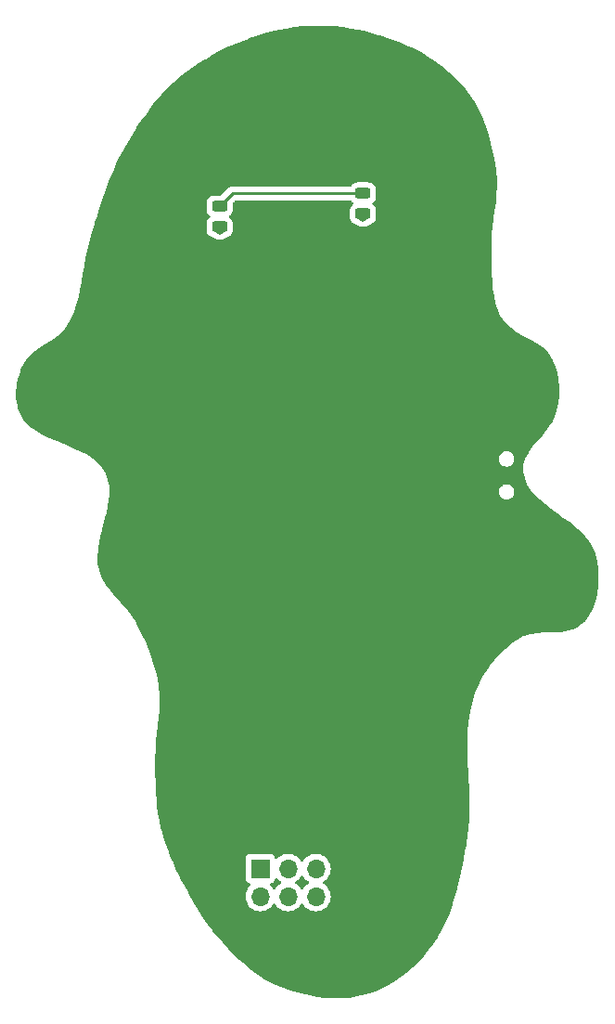
<source format=gtl>
%TF.GenerationSoftware,KiCad,Pcbnew,(7.0.0-0)*%
%TF.CreationDate,2023-07-23T12:34:26-06:00*%
%TF.ProjectId,HAS4_SAO,48415334-5f53-4414-9f2e-6b696361645f,rev?*%
%TF.SameCoordinates,Original*%
%TF.FileFunction,Copper,L1,Top*%
%TF.FilePolarity,Positive*%
%FSLAX46Y46*%
G04 Gerber Fmt 4.6, Leading zero omitted, Abs format (unit mm)*
G04 Created by KiCad (PCBNEW (7.0.0-0)) date 2023-07-23 12:34:26*
%MOMM*%
%LPD*%
G01*
G04 APERTURE LIST*
G04 Aperture macros list*
%AMRoundRect*
0 Rectangle with rounded corners*
0 $1 Rounding radius*
0 $2 $3 $4 $5 $6 $7 $8 $9 X,Y pos of 4 corners*
0 Add a 4 corners polygon primitive as box body*
4,1,4,$2,$3,$4,$5,$6,$7,$8,$9,$2,$3,0*
0 Add four circle primitives for the rounded corners*
1,1,$1+$1,$2,$3*
1,1,$1+$1,$4,$5*
1,1,$1+$1,$6,$7*
1,1,$1+$1,$8,$9*
0 Add four rect primitives between the rounded corners*
20,1,$1+$1,$2,$3,$4,$5,0*
20,1,$1+$1,$4,$5,$6,$7,0*
20,1,$1+$1,$6,$7,$8,$9,0*
20,1,$1+$1,$8,$9,$2,$3,0*%
G04 Aperture macros list end*
%TA.AperFunction,SMDPad,CuDef*%
%ADD10RoundRect,0.243750X-0.456250X0.243750X-0.456250X-0.243750X0.456250X-0.243750X0.456250X0.243750X0*%
%TD*%
%TA.AperFunction,ComponentPad*%
%ADD11R,1.700000X1.700000*%
%TD*%
%TA.AperFunction,ComponentPad*%
%ADD12O,1.700000X1.700000*%
%TD*%
%TA.AperFunction,ViaPad*%
%ADD13C,0.800000*%
%TD*%
%TA.AperFunction,Conductor*%
%ADD14C,0.250000*%
%TD*%
G04 APERTURE END LIST*
D10*
%TO.P,D1,1,K*%
%TO.N,GND*%
X118291474Y-73416089D03*
%TO.P,D1,2,A*%
%TO.N,Net-(D1-A)*%
X118291474Y-75291089D03*
%TD*%
%TO.P,D2,1,K*%
%TO.N,GND*%
X105202757Y-74613143D03*
%TO.P,D2,2,A*%
%TO.N,Net-(D2-A)*%
X105202757Y-76488143D03*
%TD*%
D11*
%TO.P,J1,1,Pin_1*%
%TO.N,Net-(J1-Pin_1)*%
X108919999Y-134999999D03*
D12*
%TO.P,J1,2,Pin_2*%
%TO.N,GND*%
X108919999Y-137539999D03*
%TO.P,J1,3,Pin_3*%
%TO.N,unconnected-(J1-Pin_3-Pad3)*%
X111459999Y-134999999D03*
%TO.P,J1,4,Pin_4*%
%TO.N,unconnected-(J1-Pin_4-Pad4)*%
X111459999Y-137539999D03*
%TO.P,J1,5,Pin_5*%
%TO.N,unconnected-(J1-Pin_5-Pad5)*%
X113999999Y-134999999D03*
%TO.P,J1,6,Pin_6*%
%TO.N,unconnected-(J1-Pin_6-Pad6)*%
X113999999Y-137539999D03*
%TD*%
D13*
%TO.N,GND*%
X118291474Y-73416089D03*
%TO.N,Net-(D1-A)*%
X118303518Y-75580323D03*
%TO.N,Net-(D2-A)*%
X105216287Y-76770632D03*
%TD*%
D14*
%TO.N,GND*%
X105202757Y-74613143D02*
X106399811Y-73416089D01*
X106399811Y-73416089D02*
X118291474Y-73416089D01*
%TO.N,Net-(D1-A)*%
X118291474Y-75568279D02*
X118303518Y-75580323D01*
X118291474Y-75291089D02*
X118291474Y-75568279D01*
%TO.N,Net-(D2-A)*%
X105202757Y-76488143D02*
X105202757Y-76757102D01*
X105202757Y-76757102D02*
X105216287Y-76770632D01*
%TD*%
%TA.AperFunction,NonConductor*%
G36*
X114221357Y-58131247D02*
G01*
X114961252Y-58150662D01*
X114966542Y-58150914D01*
X115707378Y-58202178D01*
X115712452Y-58202634D01*
X116452823Y-58284607D01*
X116457613Y-58285234D01*
X117196092Y-58396773D01*
X117200698Y-58397559D01*
X117935887Y-58537523D01*
X117940309Y-58538449D01*
X118668540Y-58705176D01*
X118670711Y-58705673D01*
X118675016Y-58706740D01*
X119399316Y-58900091D01*
X119403399Y-58901258D01*
X120120027Y-59119543D01*
X120124032Y-59120838D01*
X120310273Y-59184551D01*
X120831710Y-59362936D01*
X120835533Y-59364315D01*
X121532809Y-59629059D01*
X121536520Y-59630537D01*
X122049979Y-59844945D01*
X122221953Y-59916757D01*
X122225622Y-59918360D01*
X122897148Y-60224593D01*
X122901853Y-60226859D01*
X123566899Y-60564667D01*
X123572553Y-60567726D01*
X124002844Y-60815311D01*
X124222869Y-60941911D01*
X124228443Y-60945316D01*
X124860742Y-61354913D01*
X124866195Y-61358657D01*
X125476601Y-61802387D01*
X125481976Y-61806526D01*
X126066618Y-62283093D01*
X126071977Y-62287725D01*
X126165227Y-62373091D01*
X126626945Y-62795775D01*
X126632272Y-62800953D01*
X127153810Y-63339250D01*
X127159058Y-63345020D01*
X127643326Y-63912234D01*
X127648454Y-63918660D01*
X128091693Y-64513526D01*
X128096593Y-64520601D01*
X128485748Y-65126479D01*
X128489968Y-65133557D01*
X128838916Y-65765565D01*
X128842374Y-65772306D01*
X129153412Y-66427262D01*
X129156206Y-66433596D01*
X129431521Y-67108105D01*
X129433751Y-67113991D01*
X129675577Y-67804727D01*
X129677337Y-67810151D01*
X129887866Y-68513656D01*
X129889239Y-68518617D01*
X130070691Y-69231449D01*
X130071750Y-69235959D01*
X130226384Y-69954766D01*
X130227189Y-69958843D01*
X130357227Y-70680087D01*
X130357831Y-70683751D01*
X130465230Y-71401975D01*
X130466116Y-71409433D01*
X130528631Y-72119143D01*
X130529107Y-72129285D01*
X130533338Y-72840423D01*
X130533134Y-72848304D01*
X130491891Y-73563099D01*
X130491444Y-73568666D01*
X130417433Y-74286931D01*
X130417048Y-74290231D01*
X130323131Y-75011557D01*
X130322985Y-75012639D01*
X130222222Y-75736098D01*
X130220728Y-75735890D01*
X130220725Y-75735901D01*
X130222222Y-75736102D01*
X130222211Y-75736184D01*
X130222196Y-75736294D01*
X130220662Y-75736084D01*
X130220659Y-75736095D01*
X130222196Y-75736296D01*
X130127802Y-76460557D01*
X130126442Y-76460379D01*
X130126440Y-76460412D01*
X130127800Y-76460562D01*
X130127792Y-76460635D01*
X130127778Y-76460746D01*
X130126426Y-76460575D01*
X130126423Y-76460612D01*
X130127780Y-76460753D01*
X130052907Y-77185086D01*
X130052190Y-77185011D01*
X130052187Y-77185079D01*
X130052901Y-77185153D01*
X130052889Y-77185270D01*
X130052181Y-77185197D01*
X130052179Y-77185241D01*
X130052893Y-77185283D01*
X130010627Y-77909426D01*
X130009867Y-77909381D01*
X130009865Y-77909440D01*
X130010622Y-77909440D01*
X130010622Y-77909515D01*
X130010617Y-77909607D01*
X130009861Y-77909565D01*
X130009860Y-77909627D01*
X130010622Y-77909624D01*
X130014051Y-78633300D01*
X130012653Y-78633306D01*
X130012653Y-78633338D01*
X130014049Y-78633306D01*
X130014051Y-78633392D01*
X130014052Y-78633491D01*
X130012655Y-78633505D01*
X130012655Y-78633537D01*
X130014054Y-78633497D01*
X130034292Y-79323761D01*
X130034329Y-79325423D01*
X130045466Y-80025458D01*
X130045312Y-80025460D01*
X130045312Y-80025464D01*
X130045466Y-80025461D01*
X130059991Y-80730604D01*
X130058410Y-80730636D01*
X130058411Y-80730676D01*
X130059989Y-80730610D01*
X130059993Y-80730705D01*
X130059995Y-80730797D01*
X130058416Y-80730831D01*
X130058417Y-80730870D01*
X130059997Y-80730802D01*
X130090381Y-81434247D01*
X130089132Y-81434300D01*
X130089136Y-81434354D01*
X130090378Y-81434260D01*
X130090386Y-81434365D01*
X130090390Y-81434437D01*
X130089148Y-81434505D01*
X130089152Y-81434548D01*
X130090393Y-81434444D01*
X130149128Y-82130740D01*
X130147938Y-82130840D01*
X130147948Y-82130914D01*
X130149125Y-82130755D01*
X130149136Y-82130836D01*
X130149144Y-82130921D01*
X130147964Y-82131032D01*
X130147973Y-82131105D01*
X130149151Y-82130934D01*
X130248725Y-82814415D01*
X130247954Y-82814527D01*
X130247969Y-82814603D01*
X130248722Y-82814437D01*
X130248739Y-82814514D01*
X130248751Y-82814591D01*
X130247990Y-82814709D01*
X130248004Y-82814781D01*
X130248761Y-82814608D01*
X130399814Y-83471578D01*
X130399815Y-83471582D01*
X130401663Y-83479618D01*
X130401488Y-83479658D01*
X130401499Y-83479698D01*
X130401662Y-83479644D01*
X130401685Y-83479712D01*
X130401702Y-83479785D01*
X130401535Y-83479823D01*
X130401547Y-83479864D01*
X130401717Y-83479807D01*
X130405171Y-83489927D01*
X130405171Y-83489928D01*
X130617189Y-84111167D01*
X130617190Y-84111168D01*
X130620438Y-84120685D01*
X130620441Y-84120719D01*
X130620472Y-84120783D01*
X130620493Y-84120844D01*
X130620512Y-84120866D01*
X130917547Y-84731970D01*
X130917560Y-84732019D01*
X130917592Y-84732063D01*
X130917615Y-84732109D01*
X130917649Y-84732139D01*
X130923096Y-84739500D01*
X130923097Y-84739501D01*
X131046219Y-84905878D01*
X131304766Y-85255255D01*
X131304788Y-85255301D01*
X131304824Y-85255333D01*
X131304854Y-85255374D01*
X131304898Y-85255400D01*
X131314375Y-85263970D01*
X131314377Y-85263973D01*
X131611932Y-85533067D01*
X131790807Y-85694833D01*
X131790827Y-85694863D01*
X131790882Y-85694900D01*
X131790929Y-85694943D01*
X131790960Y-85694954D01*
X132276934Y-86027031D01*
X132346943Y-86074870D01*
X132346591Y-86075383D01*
X132346799Y-86075512D01*
X132347109Y-86074975D01*
X132944455Y-86419551D01*
X132944423Y-86419604D01*
X132944432Y-86419607D01*
X132944460Y-86419557D01*
X132944559Y-86419611D01*
X132944623Y-86419648D01*
X132944620Y-86419653D01*
X132944649Y-86419660D01*
X133395005Y-86665809D01*
X133553203Y-86752275D01*
X133556203Y-86753969D01*
X134144474Y-87097058D01*
X134153004Y-87102511D01*
X134690973Y-87478233D01*
X134704666Y-87489324D01*
X135164790Y-87919594D01*
X135181468Y-87938752D01*
X135284258Y-88084666D01*
X135492317Y-88380014D01*
X135540987Y-88449102D01*
X135552743Y-88469740D01*
X135823336Y-89072646D01*
X135829062Y-89088068D01*
X136020448Y-89731517D01*
X136023739Y-89745503D01*
X136141113Y-90416506D01*
X136142645Y-90428928D01*
X136192373Y-91116592D01*
X136192679Y-91127575D01*
X136181281Y-91820748D01*
X136180733Y-91830530D01*
X136114892Y-92518028D01*
X136113719Y-92526895D01*
X136001037Y-93192835D01*
X135996776Y-93210250D01*
X135806599Y-93799212D01*
X135797794Y-93819865D01*
X135496935Y-94378996D01*
X135488998Y-94391812D01*
X135105974Y-94933713D01*
X135100840Y-94940474D01*
X134667804Y-95471865D01*
X134666078Y-95473936D01*
X134217020Y-96001152D01*
X134217018Y-96001150D01*
X134217015Y-96001156D01*
X134216956Y-96001227D01*
X134215183Y-95999753D01*
X134215098Y-95999844D01*
X134216894Y-96001304D01*
X133786955Y-96530384D01*
X133786355Y-96529896D01*
X133786313Y-96529952D01*
X133786938Y-96530396D01*
X133786884Y-96530472D01*
X133786841Y-96530526D01*
X133786241Y-96530048D01*
X133786204Y-96530099D01*
X133786836Y-96530541D01*
X133415817Y-97060795D01*
X133415816Y-97060797D01*
X133410821Y-97067937D01*
X133410817Y-97067942D01*
X133410757Y-97068028D01*
X133410134Y-97068919D01*
X133410108Y-97068942D01*
X133410075Y-97069004D01*
X133410040Y-97069055D01*
X133410033Y-97069085D01*
X133405793Y-97077209D01*
X133405793Y-97077210D01*
X133123530Y-97618162D01*
X133123526Y-97618169D01*
X133119893Y-97625134D01*
X133119863Y-97625172D01*
X133119849Y-97625217D01*
X133119826Y-97625263D01*
X133119821Y-97625314D01*
X133117620Y-97632836D01*
X133117617Y-97632846D01*
X132953273Y-98194753D01*
X132953273Y-98194755D01*
X132949576Y-98207396D01*
X132949551Y-98207455D01*
X132949550Y-98207488D01*
X132949540Y-98207523D01*
X132949547Y-98207590D01*
X132949191Y-98220460D01*
X132949191Y-98220463D01*
X132943228Y-98436557D01*
X132932535Y-98824062D01*
X132932525Y-98824119D01*
X132932533Y-98824157D01*
X132932532Y-98824198D01*
X132932553Y-98824252D01*
X132934966Y-98835774D01*
X132934967Y-98835776D01*
X133055017Y-99408820D01*
X133055018Y-99408825D01*
X133056624Y-99416488D01*
X133056624Y-99416537D01*
X133056644Y-99416587D01*
X133056655Y-99416636D01*
X133056680Y-99416673D01*
X133059629Y-99423791D01*
X133059632Y-99423798D01*
X133277491Y-99949500D01*
X133282446Y-99961456D01*
X133282454Y-99961498D01*
X133282484Y-99961547D01*
X133282507Y-99961601D01*
X133282536Y-99961630D01*
X133596382Y-100465562D01*
X133596392Y-100465594D01*
X133596432Y-100465642D01*
X133596468Y-100465700D01*
X133596496Y-100465720D01*
X133600259Y-100470271D01*
X133600263Y-100470277D01*
X133819173Y-100735056D01*
X133949709Y-100892944D01*
X133984767Y-100935347D01*
X133984849Y-100935491D01*
X133984871Y-100935473D01*
X133984918Y-100935530D01*
X133984886Y-100935556D01*
X133984901Y-100935582D01*
X133984941Y-100935542D01*
X134434108Y-101377562D01*
X134433508Y-101378171D01*
X134433570Y-101378226D01*
X134434118Y-101377581D01*
X134434184Y-101377637D01*
X134434237Y-101377689D01*
X134433644Y-101378293D01*
X134433701Y-101378344D01*
X134434253Y-101377695D01*
X134930666Y-101798662D01*
X134929873Y-101799596D01*
X134930077Y-101799752D01*
X134930820Y-101798785D01*
X135460867Y-102205284D01*
X135460512Y-102205745D01*
X135460658Y-102205910D01*
X135461025Y-102205404D01*
X136011099Y-102604040D01*
X136010752Y-102604517D01*
X136010921Y-102604629D01*
X136011260Y-102604155D01*
X136567188Y-103001118D01*
X136568444Y-103002026D01*
X137115660Y-103403188D01*
X137118849Y-103405607D01*
X137643265Y-103817014D01*
X137648462Y-103821326D01*
X137869251Y-104014871D01*
X138136432Y-104249083D01*
X138143540Y-104255830D01*
X138551328Y-104674735D01*
X138581679Y-104705913D01*
X138590379Y-104715859D01*
X138965614Y-105194057D01*
X138975076Y-105207963D01*
X139274983Y-105720306D01*
X139283709Y-105738447D01*
X139497488Y-106294448D01*
X139502416Y-106310398D01*
X139663190Y-106989891D01*
X139665270Y-107000865D01*
X139767577Y-107715329D01*
X139768651Y-107726269D01*
X139807913Y-108458729D01*
X139808004Y-108470018D01*
X139780373Y-109205941D01*
X139779337Y-109217937D01*
X139681135Y-109942763D01*
X139678658Y-109955775D01*
X139506393Y-110655053D01*
X139501963Y-110669291D01*
X139252334Y-111328761D01*
X139245241Y-111344207D01*
X138915124Y-111949869D01*
X138904569Y-111966082D01*
X138570860Y-112400334D01*
X138492538Y-112502253D01*
X138473709Y-112521864D01*
X138028972Y-112893348D01*
X138003096Y-112909989D01*
X137486061Y-113157931D01*
X137464174Y-113165994D01*
X136882873Y-113319866D01*
X136867881Y-113322859D01*
X136237161Y-113408785D01*
X136228894Y-113409630D01*
X135565399Y-113455065D01*
X135563068Y-113455203D01*
X134885183Y-113488810D01*
X134885130Y-113487747D01*
X134885097Y-113487748D01*
X134885176Y-113488808D01*
X134885068Y-113488816D01*
X134884991Y-113488820D01*
X134884935Y-113487755D01*
X134884904Y-113487756D01*
X134884985Y-113488822D01*
X134211739Y-113539937D01*
X134211681Y-113539178D01*
X134211615Y-113539185D01*
X134211721Y-113539933D01*
X134211643Y-113539944D01*
X134211560Y-113539951D01*
X134211496Y-113539198D01*
X134211428Y-113539205D01*
X134211542Y-113539959D01*
X133570279Y-113636573D01*
X133570277Y-113636573D01*
X133563261Y-113637631D01*
X133563248Y-113637632D01*
X133560029Y-113638118D01*
X133560013Y-113638015D01*
X133559973Y-113638023D01*
X133559998Y-113638115D01*
X133559935Y-113638132D01*
X133559868Y-113638143D01*
X133559852Y-113638050D01*
X133559810Y-113638059D01*
X133559839Y-113638160D01*
X133557143Y-113638927D01*
X133557133Y-113638930D01*
X133550255Y-113640889D01*
X133550253Y-113640889D01*
X132954869Y-113810455D01*
X132954859Y-113810458D01*
X132946091Y-113812956D01*
X132946045Y-113812960D01*
X132946000Y-113812982D01*
X132945949Y-113812997D01*
X132945910Y-113813027D01*
X132937849Y-113817072D01*
X132937843Y-113817075D01*
X132393425Y-114090309D01*
X132393424Y-114090309D01*
X132385986Y-114094043D01*
X132385947Y-114094053D01*
X132385895Y-114094089D01*
X132385843Y-114094116D01*
X132385818Y-114094144D01*
X132379389Y-114098710D01*
X132379388Y-114098711D01*
X131823091Y-114493903D01*
X131822537Y-114493123D01*
X131822476Y-114493169D01*
X131823073Y-114493909D01*
X131823011Y-114493959D01*
X131822947Y-114494006D01*
X131822384Y-114493239D01*
X131822323Y-114493286D01*
X131822936Y-114494022D01*
X131288622Y-114939146D01*
X131288199Y-114938639D01*
X131288153Y-114938680D01*
X131288604Y-114939154D01*
X131288543Y-114939212D01*
X131288484Y-114939262D01*
X131288061Y-114938762D01*
X131288016Y-114938802D01*
X131288475Y-114939277D01*
X130784976Y-115425303D01*
X130784394Y-115424700D01*
X130784346Y-115424748D01*
X130784960Y-115425311D01*
X130784905Y-115425371D01*
X130784847Y-115425428D01*
X130784263Y-115424833D01*
X130784215Y-115424882D01*
X130784839Y-115425444D01*
X130314577Y-115947886D01*
X130313868Y-115947247D01*
X130313824Y-115947298D01*
X130314562Y-115947895D01*
X130314511Y-115947958D01*
X130314456Y-115948021D01*
X130313740Y-115947396D01*
X130313696Y-115947447D01*
X130314449Y-115948037D01*
X129879842Y-116502417D01*
X129879351Y-116502032D01*
X129879319Y-116502074D01*
X129879830Y-116502426D01*
X129879788Y-116502487D01*
X129879732Y-116502559D01*
X129879243Y-116502179D01*
X129879210Y-116502225D01*
X129879726Y-116502577D01*
X129483197Y-117084413D01*
X129482572Y-117083987D01*
X129482539Y-117084039D01*
X129483184Y-117084424D01*
X129483141Y-117084496D01*
X129483096Y-117084563D01*
X129482473Y-117084144D01*
X129482441Y-117084195D01*
X129483092Y-117084579D01*
X129127059Y-117689395D01*
X129126517Y-117689076D01*
X129126491Y-117689125D01*
X129127047Y-117689407D01*
X129127010Y-117689480D01*
X129126968Y-117689552D01*
X129126431Y-117689238D01*
X129126405Y-117689287D01*
X129126965Y-117689569D01*
X128813849Y-118312880D01*
X128813062Y-118312484D01*
X128813033Y-118312546D01*
X128813836Y-118312894D01*
X128813800Y-118312977D01*
X128813768Y-118313043D01*
X128812980Y-118312661D01*
X128812954Y-118312717D01*
X128813766Y-118313058D01*
X128545987Y-118950388D01*
X128545243Y-118950075D01*
X128545218Y-118950139D01*
X128545974Y-118950404D01*
X128545945Y-118950487D01*
X128545917Y-118950556D01*
X128545174Y-118950254D01*
X128545151Y-118950314D01*
X128545916Y-118950573D01*
X128314868Y-119634709D01*
X128314002Y-119634416D01*
X128313980Y-119634491D01*
X128314856Y-119634726D01*
X128314833Y-119634812D01*
X128314810Y-119634882D01*
X128313949Y-119634599D01*
X128313929Y-119634668D01*
X128314811Y-119634898D01*
X128134158Y-120329035D01*
X128133419Y-120328842D01*
X128133406Y-120328902D01*
X128134150Y-120329049D01*
X128134135Y-120329125D01*
X128134113Y-120329211D01*
X128133380Y-120329023D01*
X128133367Y-120329084D01*
X128134115Y-120329228D01*
X127998680Y-121032397D01*
X127997587Y-121032186D01*
X127997576Y-121032253D01*
X127998674Y-121032408D01*
X127998664Y-121032479D01*
X127998646Y-121032575D01*
X127997557Y-121032370D01*
X127997546Y-121032443D01*
X127998649Y-121032591D01*
X127903254Y-121743826D01*
X127901948Y-121743650D01*
X127901941Y-121743712D01*
X127903249Y-121743837D01*
X127903241Y-121743921D01*
X127903230Y-121744010D01*
X127901928Y-121743849D01*
X127901921Y-121743911D01*
X127903233Y-121744022D01*
X127842698Y-122462367D01*
X127841832Y-122462294D01*
X127841829Y-122462337D01*
X127842695Y-122462375D01*
X127842692Y-122462444D01*
X127842683Y-122462552D01*
X127841820Y-122462480D01*
X127841818Y-122462527D01*
X127842686Y-122462564D01*
X127811833Y-123187047D01*
X127810461Y-123186988D01*
X127810460Y-123187038D01*
X127811830Y-123187055D01*
X127811829Y-123187136D01*
X127811825Y-123187237D01*
X127810457Y-123187182D01*
X127810456Y-123187234D01*
X127811828Y-123187246D01*
X127805476Y-123916909D01*
X127803987Y-123916896D01*
X127803988Y-123916931D01*
X127805474Y-123916916D01*
X127805475Y-123917014D01*
X127805475Y-123917101D01*
X127803993Y-123917101D01*
X127803994Y-123917132D01*
X127805477Y-123917106D01*
X127818450Y-124650986D01*
X127817146Y-124651009D01*
X127817149Y-124651036D01*
X127818449Y-124650991D01*
X127818452Y-124651077D01*
X127818454Y-124651180D01*
X127817162Y-124651205D01*
X127817164Y-124651231D01*
X127818456Y-124651184D01*
X127845572Y-125388315D01*
X127845049Y-125388334D01*
X127845050Y-125388339D01*
X127845572Y-125388318D01*
X127845575Y-125388392D01*
X127845579Y-125388514D01*
X127845581Y-125388514D01*
X127881663Y-126127930D01*
X127880977Y-126127963D01*
X127880978Y-126127968D01*
X127881663Y-126127932D01*
X127921555Y-126869069D01*
X127921567Y-126869305D01*
X127960004Y-127609609D01*
X127960056Y-127610699D01*
X127991911Y-128349923D01*
X127991980Y-128351880D01*
X128012083Y-129088682D01*
X128012128Y-129091520D01*
X128015346Y-129824841D01*
X128015306Y-129828577D01*
X127996539Y-130557435D01*
X127996332Y-130562084D01*
X127950488Y-131285640D01*
X127950009Y-131291203D01*
X127872027Y-132008383D01*
X127871154Y-132014835D01*
X127755664Y-132726750D01*
X127755070Y-132730115D01*
X127733877Y-132841281D01*
X127615807Y-133460606D01*
X127615806Y-133460613D01*
X127474199Y-134197574D01*
X127474033Y-134198423D01*
X127326708Y-134937265D01*
X127326396Y-134938782D01*
X127169601Y-135676939D01*
X127169116Y-135679123D01*
X126999196Y-136413592D01*
X126998499Y-136416450D01*
X126811723Y-137144662D01*
X126810760Y-137148200D01*
X126603462Y-137867349D01*
X126602162Y-137871572D01*
X126370724Y-138578752D01*
X126369005Y-138583655D01*
X126109734Y-139276283D01*
X126107498Y-139281845D01*
X125816784Y-139957118D01*
X125813923Y-139963291D01*
X125488137Y-140618528D01*
X125484543Y-140625232D01*
X125120047Y-141257786D01*
X125115627Y-141264889D01*
X124708360Y-141872752D01*
X124703995Y-141878858D01*
X124278559Y-142437376D01*
X124274678Y-142442215D01*
X123816472Y-142985118D01*
X123812287Y-142989829D01*
X123323603Y-143512491D01*
X123319058Y-143517104D01*
X122801903Y-144015322D01*
X122796933Y-144019857D01*
X122253191Y-144489572D01*
X122247722Y-144494030D01*
X121679429Y-144931071D01*
X121673384Y-144935438D01*
X121082448Y-145335766D01*
X121075743Y-145340002D01*
X120464144Y-145699543D01*
X120456696Y-145703585D01*
X119826425Y-146018291D01*
X119818162Y-146022046D01*
X119171115Y-146287938D01*
X119161986Y-146291277D01*
X118500129Y-146504367D01*
X118490137Y-146507129D01*
X117796238Y-146668033D01*
X117786355Y-146669906D01*
X117078613Y-146774489D01*
X117069361Y-146775503D01*
X116350978Y-146827049D01*
X116342402Y-146827367D01*
X115616882Y-146829117D01*
X115608982Y-146828884D01*
X114879855Y-146784104D01*
X114872596Y-146783443D01*
X114143398Y-146695424D01*
X114136727Y-146694434D01*
X113411017Y-146566482D01*
X113404872Y-146565238D01*
X112686247Y-146400697D01*
X112680560Y-146399252D01*
X111972571Y-146201471D01*
X111967274Y-146199863D01*
X111273517Y-145972218D01*
X111268541Y-145970468D01*
X110593931Y-145716851D01*
X110586498Y-145713777D01*
X109944263Y-145423516D01*
X109935195Y-145418963D01*
X109318978Y-145077237D01*
X109311356Y-145072645D01*
X109079579Y-144921417D01*
X108717785Y-144685357D01*
X108711538Y-144681001D01*
X108138788Y-144254799D01*
X108133749Y-144250843D01*
X107852963Y-144018397D01*
X107580059Y-143792475D01*
X107576091Y-143789046D01*
X107039635Y-143305271D01*
X107036610Y-143302451D01*
X106515533Y-142800043D01*
X106513350Y-142797885D01*
X106005844Y-142283717D01*
X106004478Y-142282310D01*
X105509576Y-141764183D01*
X105507126Y-141761538D01*
X105028536Y-141229360D01*
X105024823Y-141225035D01*
X104571364Y-140671589D01*
X104568207Y-140667570D01*
X104136924Y-140094569D01*
X104134273Y-140090910D01*
X103723198Y-139501203D01*
X103720997Y-139497936D01*
X103478879Y-139125953D01*
X103328083Y-138894275D01*
X103326294Y-138891443D01*
X103316544Y-138875534D01*
X102949518Y-138276630D01*
X102948073Y-138274210D01*
X102874340Y-138147518D01*
X102585430Y-137651099D01*
X102584366Y-137649233D01*
X102523450Y-137540000D01*
X107564341Y-137540000D01*
X107564813Y-137545395D01*
X107574014Y-137650567D01*
X107584937Y-137775408D01*
X107586336Y-137780630D01*
X107586337Y-137780634D01*
X107644694Y-137998430D01*
X107644697Y-137998438D01*
X107646097Y-138003663D01*
X107648385Y-138008570D01*
X107648386Y-138008572D01*
X107743678Y-138212927D01*
X107743681Y-138212933D01*
X107745965Y-138217830D01*
X107749064Y-138222257D01*
X107749066Y-138222259D01*
X107878399Y-138406966D01*
X107878402Y-138406970D01*
X107881505Y-138411401D01*
X108048599Y-138578495D01*
X108242170Y-138714035D01*
X108456337Y-138813903D01*
X108684592Y-138875063D01*
X108920000Y-138895659D01*
X109155408Y-138875063D01*
X109383663Y-138813903D01*
X109597830Y-138714035D01*
X109791401Y-138578495D01*
X109958495Y-138411401D01*
X110088426Y-138225839D01*
X110132742Y-138186976D01*
X110189999Y-138172965D01*
X110247256Y-138186976D01*
X110291574Y-138225841D01*
X110418399Y-138406966D01*
X110418402Y-138406970D01*
X110421505Y-138411401D01*
X110588599Y-138578495D01*
X110782170Y-138714035D01*
X110996337Y-138813903D01*
X111224592Y-138875063D01*
X111460000Y-138895659D01*
X111695408Y-138875063D01*
X111923663Y-138813903D01*
X112137830Y-138714035D01*
X112331401Y-138578495D01*
X112498495Y-138411401D01*
X112628426Y-138225839D01*
X112672742Y-138186976D01*
X112729999Y-138172965D01*
X112787256Y-138186976D01*
X112831574Y-138225841D01*
X112958399Y-138406966D01*
X112958402Y-138406970D01*
X112961505Y-138411401D01*
X113128599Y-138578495D01*
X113322170Y-138714035D01*
X113536337Y-138813903D01*
X113764592Y-138875063D01*
X114000000Y-138895659D01*
X114235408Y-138875063D01*
X114463663Y-138813903D01*
X114677830Y-138714035D01*
X114871401Y-138578495D01*
X115038495Y-138411401D01*
X115174035Y-138217830D01*
X115273903Y-138003663D01*
X115335063Y-137775408D01*
X115355659Y-137540000D01*
X115335063Y-137304592D01*
X115273903Y-137076337D01*
X115174035Y-136862171D01*
X115038495Y-136668599D01*
X114871401Y-136501505D01*
X114866968Y-136498401D01*
X114866961Y-136498395D01*
X114685842Y-136371575D01*
X114646976Y-136327257D01*
X114632965Y-136270000D01*
X114646976Y-136212743D01*
X114685842Y-136168425D01*
X114866961Y-136041604D01*
X114866961Y-136041603D01*
X114871401Y-136038495D01*
X115038495Y-135871401D01*
X115174035Y-135677830D01*
X115273903Y-135463663D01*
X115335063Y-135235408D01*
X115355659Y-135000000D01*
X115335063Y-134764592D01*
X115273903Y-134536337D01*
X115174035Y-134322171D01*
X115038495Y-134128599D01*
X114871401Y-133961505D01*
X114866970Y-133958402D01*
X114866966Y-133958399D01*
X114682259Y-133829066D01*
X114682257Y-133829064D01*
X114677830Y-133825965D01*
X114672933Y-133823681D01*
X114672927Y-133823678D01*
X114468572Y-133728386D01*
X114468570Y-133728385D01*
X114463663Y-133726097D01*
X114458438Y-133724697D01*
X114458430Y-133724694D01*
X114240634Y-133666337D01*
X114240630Y-133666336D01*
X114235408Y-133664937D01*
X114230020Y-133664465D01*
X114230017Y-133664465D01*
X114005395Y-133644813D01*
X114000000Y-133644341D01*
X113994605Y-133644813D01*
X113769982Y-133664465D01*
X113769977Y-133664465D01*
X113764592Y-133664937D01*
X113759371Y-133666335D01*
X113759365Y-133666337D01*
X113541569Y-133724694D01*
X113541557Y-133724698D01*
X113536337Y-133726097D01*
X113531432Y-133728383D01*
X113531427Y-133728386D01*
X113327081Y-133823675D01*
X113327077Y-133823677D01*
X113322171Y-133825965D01*
X113317738Y-133829068D01*
X113317731Y-133829073D01*
X113133034Y-133958399D01*
X113133029Y-133958402D01*
X113128599Y-133961505D01*
X113124775Y-133965328D01*
X113124769Y-133965334D01*
X112965334Y-134124769D01*
X112965328Y-134124775D01*
X112961505Y-134128599D01*
X112958403Y-134133028D01*
X112958403Y-134133029D01*
X112831574Y-134314160D01*
X112787256Y-134353025D01*
X112729999Y-134367036D01*
X112672742Y-134353025D01*
X112628426Y-134314161D01*
X112498495Y-134128599D01*
X112331401Y-133961505D01*
X112326970Y-133958402D01*
X112326966Y-133958399D01*
X112142259Y-133829066D01*
X112142257Y-133829064D01*
X112137830Y-133825965D01*
X112132933Y-133823681D01*
X112132927Y-133823678D01*
X111928572Y-133728386D01*
X111928570Y-133728385D01*
X111923663Y-133726097D01*
X111918438Y-133724697D01*
X111918430Y-133724694D01*
X111700634Y-133666337D01*
X111700630Y-133666336D01*
X111695408Y-133664937D01*
X111690020Y-133664465D01*
X111690017Y-133664465D01*
X111465395Y-133644813D01*
X111460000Y-133644341D01*
X111454605Y-133644813D01*
X111229982Y-133664465D01*
X111229977Y-133664465D01*
X111224592Y-133664937D01*
X111219371Y-133666335D01*
X111219365Y-133666337D01*
X111001569Y-133724694D01*
X111001557Y-133724698D01*
X110996337Y-133726097D01*
X110991432Y-133728383D01*
X110991427Y-133728386D01*
X110787081Y-133823675D01*
X110787077Y-133823677D01*
X110782171Y-133825965D01*
X110777738Y-133829068D01*
X110777731Y-133829073D01*
X110593034Y-133958399D01*
X110593029Y-133958402D01*
X110588599Y-133961505D01*
X110584774Y-133965329D01*
X110584775Y-133965329D01*
X110466673Y-134083431D01*
X110413926Y-134114726D01*
X110352633Y-134116915D01*
X110297789Y-134089462D01*
X110262810Y-134039082D01*
X110235304Y-133965336D01*
X110213796Y-133907669D01*
X110127546Y-133792454D01*
X110037030Y-133724694D01*
X110019431Y-133711519D01*
X110019430Y-133711518D01*
X110012331Y-133706204D01*
X109905442Y-133666337D01*
X109884752Y-133658620D01*
X109884750Y-133658619D01*
X109877483Y-133655909D01*
X109869770Y-133655079D01*
X109869767Y-133655079D01*
X109821180Y-133649855D01*
X109821169Y-133649854D01*
X109817873Y-133649500D01*
X109814550Y-133649500D01*
X108025439Y-133649500D01*
X108025420Y-133649500D01*
X108022128Y-133649501D01*
X108018850Y-133649853D01*
X108018838Y-133649854D01*
X107970231Y-133655079D01*
X107970225Y-133655080D01*
X107962517Y-133655909D01*
X107955252Y-133658618D01*
X107955246Y-133658620D01*
X107835980Y-133703104D01*
X107835978Y-133703104D01*
X107827669Y-133706204D01*
X107820572Y-133711516D01*
X107820568Y-133711519D01*
X107719550Y-133787141D01*
X107719546Y-133787144D01*
X107712454Y-133792454D01*
X107707144Y-133799546D01*
X107707141Y-133799550D01*
X107631519Y-133900568D01*
X107631516Y-133900572D01*
X107626204Y-133907669D01*
X107623104Y-133915978D01*
X107623104Y-133915980D01*
X107578620Y-134035247D01*
X107578619Y-134035250D01*
X107575909Y-134042517D01*
X107575079Y-134050227D01*
X107575079Y-134050232D01*
X107569855Y-134098819D01*
X107569854Y-134098831D01*
X107569500Y-134102127D01*
X107569500Y-134105448D01*
X107569500Y-134105449D01*
X107569500Y-135894560D01*
X107569500Y-135894578D01*
X107569501Y-135897872D01*
X107569853Y-135901150D01*
X107569854Y-135901161D01*
X107575079Y-135949768D01*
X107575080Y-135949773D01*
X107575909Y-135957483D01*
X107578619Y-135964749D01*
X107578620Y-135964753D01*
X107604695Y-136034663D01*
X107626204Y-136092331D01*
X107631518Y-136099430D01*
X107631519Y-136099431D01*
X107687367Y-136174035D01*
X107712454Y-136207546D01*
X107827669Y-136293796D01*
X107917383Y-136327257D01*
X107959082Y-136342810D01*
X108009462Y-136377789D01*
X108036915Y-136432633D01*
X108034726Y-136493926D01*
X108003430Y-136546673D01*
X107881505Y-136668599D01*
X107878402Y-136673029D01*
X107878399Y-136673034D01*
X107749073Y-136857731D01*
X107749068Y-136857738D01*
X107745965Y-136862171D01*
X107743677Y-136867077D01*
X107743675Y-136867081D01*
X107648386Y-137071427D01*
X107648383Y-137071432D01*
X107646097Y-137076337D01*
X107644698Y-137081557D01*
X107644694Y-137081569D01*
X107586337Y-137299365D01*
X107586335Y-137299371D01*
X107584937Y-137304592D01*
X107564341Y-137540000D01*
X102523450Y-137540000D01*
X102233848Y-137020689D01*
X102232916Y-137018988D01*
X101870878Y-136345226D01*
X101869807Y-136343187D01*
X101711339Y-136034663D01*
X101519763Y-135661682D01*
X101518538Y-135659228D01*
X101198734Y-135000000D01*
X101184079Y-134969791D01*
X101182651Y-134966743D01*
X100867355Y-134269192D01*
X100865817Y-134265640D01*
X100837957Y-134198423D01*
X100573254Y-133559778D01*
X100571617Y-133555618D01*
X100536205Y-133460613D01*
X100305350Y-132841268D01*
X100303687Y-132836510D01*
X100067271Y-132113494D01*
X100065657Y-132108152D01*
X99862652Y-131376350D01*
X99861089Y-131370083D01*
X99842340Y-131285640D01*
X99706002Y-130671602D01*
X99704807Y-130665492D01*
X99585160Y-129959437D01*
X99584393Y-129954240D01*
X99494862Y-129241624D01*
X99494402Y-129237366D01*
X99429730Y-128519655D01*
X99429473Y-128516266D01*
X99419144Y-128351027D01*
X99384390Y-127795070D01*
X99384261Y-127792625D01*
X99376497Y-127610318D01*
X99353449Y-127069172D01*
X99353395Y-127067666D01*
X99331522Y-126343044D01*
X99331521Y-126343043D01*
X99331508Y-126342543D01*
X99326093Y-126127930D01*
X99313312Y-125621429D01*
X99313276Y-125617691D01*
X99317212Y-124898290D01*
X99317404Y-124892069D01*
X99357900Y-124172063D01*
X99358216Y-124167778D01*
X99381069Y-123917132D01*
X99424092Y-123445265D01*
X99424311Y-123443085D01*
X99504289Y-122718391D01*
X99504384Y-122718401D01*
X99504336Y-122717973D01*
X99586829Y-121993213D01*
X99586904Y-121993032D01*
X99586851Y-121993026D01*
X99586866Y-121992896D01*
X99586957Y-121992906D01*
X99586959Y-121992900D01*
X99586864Y-121992891D01*
X99660432Y-121268457D01*
X99663168Y-121268734D01*
X99663193Y-121268462D01*
X99660449Y-121268261D01*
X99713591Y-120545019D01*
X99715047Y-120545126D01*
X99715062Y-120544865D01*
X99713601Y-120544822D01*
X99734864Y-119823188D01*
X99735968Y-119823220D01*
X99735969Y-119822958D01*
X99734864Y-119822992D01*
X99712798Y-119103382D01*
X99713433Y-119103362D01*
X99713417Y-119103118D01*
X99712785Y-119103186D01*
X99635939Y-118386017D01*
X99636442Y-118385963D01*
X99636411Y-118385731D01*
X99635911Y-118385821D01*
X99511612Y-117690461D01*
X99512847Y-117690240D01*
X99512793Y-117689984D01*
X99511571Y-117690268D01*
X99351585Y-117001362D01*
X99352934Y-117001048D01*
X99352874Y-117000794D01*
X99351536Y-117001172D01*
X99158933Y-116319219D01*
X99160400Y-116318804D01*
X99160379Y-116318735D01*
X99158934Y-116319207D01*
X99158904Y-116319115D01*
X99158882Y-116319038D01*
X99160344Y-116318620D01*
X99160324Y-116318551D01*
X99158875Y-116319029D01*
X98936733Y-115644525D01*
X98938375Y-115643984D01*
X98938291Y-115643733D01*
X98936668Y-115644339D01*
X98688063Y-114977786D01*
X98689470Y-114977261D01*
X98689376Y-114977028D01*
X98687990Y-114977602D01*
X98415996Y-114319502D01*
X98417548Y-114318860D01*
X98417450Y-114318629D01*
X98415918Y-114319320D01*
X98123609Y-113670168D01*
X98125680Y-113669235D01*
X98125647Y-113669165D01*
X98123609Y-113670161D01*
X98123568Y-113670077D01*
X98123531Y-113669994D01*
X98123525Y-113669989D01*
X97813980Y-113030291D01*
X97816046Y-113029292D01*
X97815935Y-113029063D01*
X97813891Y-113030114D01*
X97490176Y-112400355D01*
X97490778Y-112400045D01*
X97490742Y-112399980D01*
X97490173Y-112400334D01*
X97490129Y-112400263D01*
X97490095Y-112400197D01*
X97490692Y-112399889D01*
X97490656Y-112399824D01*
X97490079Y-112400183D01*
X97121353Y-111807259D01*
X97121372Y-111807247D01*
X97121259Y-111807083D01*
X97121241Y-111807098D01*
X96684871Y-111251776D01*
X96685529Y-111251258D01*
X96685367Y-111251066D01*
X96684743Y-111251625D01*
X96208770Y-110719176D01*
X96211144Y-110717053D01*
X96210973Y-110716856D01*
X96208637Y-110719030D01*
X95721997Y-110195681D01*
X95720068Y-110193558D01*
X95509087Y-109955775D01*
X95252577Y-109666678D01*
X95247211Y-109660200D01*
X94827438Y-109116761D01*
X94819329Y-109104901D01*
X94474062Y-108531218D01*
X94465048Y-108513012D01*
X94219152Y-107893230D01*
X94212914Y-107872280D01*
X94183137Y-107726269D01*
X94090335Y-107271220D01*
X94088027Y-107253338D01*
X94073979Y-107000865D01*
X94053668Y-106635831D01*
X94053709Y-106621356D01*
X94092568Y-105989781D01*
X94093715Y-105978946D01*
X94131328Y-105729023D01*
X94190483Y-105335963D01*
X94191822Y-105328592D01*
X94330807Y-104677151D01*
X94331820Y-104672793D01*
X94436662Y-104255834D01*
X94497028Y-104015757D01*
X94497345Y-104014532D01*
X94672346Y-103355481D01*
X94672348Y-103355480D01*
X94672372Y-103355385D01*
X94672397Y-103355292D01*
X94672396Y-103355290D01*
X94672397Y-103355289D01*
X94672396Y-103355289D01*
X94840396Y-102698457D01*
X94842882Y-102699092D01*
X94842946Y-102698820D01*
X94840442Y-102698265D01*
X94861490Y-102603345D01*
X94984901Y-102046796D01*
X94984909Y-102046784D01*
X94984922Y-102046702D01*
X94984941Y-102046618D01*
X94986127Y-102046886D01*
X94986144Y-102046798D01*
X94984938Y-102046603D01*
X95089446Y-101403140D01*
X95089873Y-101403209D01*
X95089901Y-101402975D01*
X95089470Y-101402943D01*
X95125047Y-100935397D01*
X95137623Y-100770121D01*
X95137646Y-100770122D01*
X95137646Y-100770091D01*
X95137634Y-100770092D01*
X95137631Y-100770017D01*
X95137631Y-100770016D01*
X95137636Y-100769952D01*
X95137649Y-100769953D01*
X95137650Y-100769924D01*
X95137627Y-100769925D01*
X95136242Y-100735056D01*
X130699500Y-100735056D01*
X130701293Y-100742332D01*
X130701294Y-100742337D01*
X130738415Y-100892944D01*
X130740210Y-100900225D01*
X130743693Y-100906862D01*
X130743695Y-100906866D01*
X130758746Y-100935542D01*
X130819266Y-101050852D01*
X130932071Y-101178183D01*
X131072070Y-101274818D01*
X131231128Y-101335140D01*
X131357628Y-101350500D01*
X131438623Y-101350500D01*
X131442372Y-101350500D01*
X131568872Y-101335140D01*
X131727930Y-101274818D01*
X131867929Y-101178183D01*
X131980734Y-101050852D01*
X132059790Y-100900225D01*
X132100500Y-100735056D01*
X132100500Y-100564944D01*
X132059790Y-100399775D01*
X131980734Y-100249148D01*
X131867929Y-100121817D01*
X131861760Y-100117558D01*
X131861758Y-100117557D01*
X131734106Y-100029445D01*
X131734105Y-100029444D01*
X131727930Y-100025182D01*
X131720915Y-100022521D01*
X131720912Y-100022520D01*
X131575888Y-99967520D01*
X131575882Y-99967518D01*
X131568872Y-99964860D01*
X131561427Y-99963956D01*
X131561423Y-99963955D01*
X131446092Y-99949951D01*
X131446080Y-99949950D01*
X131442372Y-99949500D01*
X131357628Y-99949500D01*
X131353920Y-99949950D01*
X131353907Y-99949951D01*
X131238576Y-99963955D01*
X131238570Y-99963956D01*
X131231128Y-99964860D01*
X131224119Y-99967517D01*
X131224111Y-99967520D01*
X131079087Y-100022520D01*
X131079081Y-100022523D01*
X131072070Y-100025182D01*
X131065897Y-100029442D01*
X131065893Y-100029445D01*
X130938241Y-100117557D01*
X130938235Y-100117562D01*
X130932071Y-100121817D01*
X130927099Y-100127428D01*
X130927098Y-100127430D01*
X130824241Y-100243531D01*
X130824236Y-100243537D01*
X130819266Y-100249148D01*
X130815780Y-100255788D01*
X130815779Y-100255791D01*
X130743695Y-100393133D01*
X130743692Y-100393140D01*
X130740210Y-100399775D01*
X130738416Y-100407050D01*
X130738415Y-100407055D01*
X130701294Y-100557662D01*
X130701293Y-100557668D01*
X130699500Y-100564944D01*
X130699500Y-100735056D01*
X95136242Y-100735056D01*
X95113015Y-100150378D01*
X95113023Y-100150342D01*
X95113011Y-100150280D01*
X95113009Y-100150219D01*
X95112993Y-100150185D01*
X94999205Y-99546556D01*
X94999207Y-99546513D01*
X94999187Y-99546461D01*
X94999177Y-99546405D01*
X94999152Y-99546367D01*
X94779777Y-98961297D01*
X94779770Y-98961251D01*
X94779743Y-98961207D01*
X94779725Y-98961158D01*
X94779691Y-98961122D01*
X94457684Y-98431275D01*
X94457670Y-98431233D01*
X94457636Y-98431194D01*
X94457607Y-98431147D01*
X94457568Y-98431118D01*
X94050595Y-97973682D01*
X94050577Y-97973648D01*
X94050530Y-97973609D01*
X94050490Y-97973564D01*
X94050454Y-97973546D01*
X94044448Y-97968577D01*
X94044448Y-97968576D01*
X93762207Y-97735056D01*
X130699500Y-97735056D01*
X130701293Y-97742332D01*
X130701294Y-97742337D01*
X130738415Y-97892944D01*
X130740210Y-97900225D01*
X130743693Y-97906862D01*
X130743695Y-97906866D01*
X130778915Y-97973970D01*
X130819266Y-98050852D01*
X130932071Y-98178183D01*
X131072070Y-98274818D01*
X131231128Y-98335140D01*
X131357628Y-98350500D01*
X131438623Y-98350500D01*
X131442372Y-98350500D01*
X131568872Y-98335140D01*
X131727930Y-98274818D01*
X131867929Y-98178183D01*
X131980734Y-98050852D01*
X132059790Y-97900225D01*
X132100500Y-97735056D01*
X132100500Y-97564944D01*
X132059790Y-97399775D01*
X131980734Y-97249148D01*
X131964810Y-97231174D01*
X131951162Y-97215768D01*
X131867929Y-97121817D01*
X131861760Y-97117558D01*
X131861758Y-97117557D01*
X131734106Y-97029445D01*
X131734105Y-97029444D01*
X131727930Y-97025182D01*
X131720915Y-97022521D01*
X131720912Y-97022520D01*
X131575888Y-96967520D01*
X131575882Y-96967518D01*
X131568872Y-96964860D01*
X131561427Y-96963956D01*
X131561423Y-96963955D01*
X131446092Y-96949951D01*
X131446080Y-96949950D01*
X131442372Y-96949500D01*
X131357628Y-96949500D01*
X131353920Y-96949950D01*
X131353907Y-96949951D01*
X131238576Y-96963955D01*
X131238570Y-96963956D01*
X131231128Y-96964860D01*
X131224119Y-96967517D01*
X131224111Y-96967520D01*
X131079087Y-97022520D01*
X131079081Y-97022523D01*
X131072070Y-97025182D01*
X131065897Y-97029442D01*
X131065893Y-97029445D01*
X130938241Y-97117557D01*
X130938235Y-97117562D01*
X130932071Y-97121817D01*
X130927099Y-97127428D01*
X130927098Y-97127430D01*
X130824241Y-97243531D01*
X130824236Y-97243537D01*
X130819266Y-97249148D01*
X130815780Y-97255788D01*
X130815779Y-97255791D01*
X130743695Y-97393133D01*
X130743692Y-97393140D01*
X130740210Y-97399775D01*
X130738416Y-97407050D01*
X130738415Y-97407055D01*
X130701294Y-97557662D01*
X130701293Y-97557668D01*
X130699500Y-97564944D01*
X130699500Y-97735056D01*
X93762207Y-97735056D01*
X93636019Y-97630651D01*
X93571621Y-97577369D01*
X93571602Y-97577342D01*
X93571538Y-97577301D01*
X93571490Y-97577261D01*
X93571463Y-97577252D01*
X93563994Y-97572444D01*
X93033869Y-97231174D01*
X93034263Y-97230561D01*
X93034194Y-97230521D01*
X93033855Y-97231157D01*
X93033784Y-97231119D01*
X93033721Y-97231079D01*
X93034107Y-97230470D01*
X93034038Y-97230430D01*
X93033699Y-97231075D01*
X92450449Y-96923943D01*
X92450872Y-96923137D01*
X92450816Y-96923110D01*
X92450440Y-96923934D01*
X92450370Y-96923902D01*
X92450288Y-96923859D01*
X92450708Y-96923057D01*
X92450647Y-96923027D01*
X92450271Y-96923857D01*
X91834468Y-96644522D01*
X91835061Y-96643213D01*
X91835019Y-96643193D01*
X91834462Y-96644516D01*
X91834379Y-96644481D01*
X91834296Y-96644444D01*
X91834881Y-96643130D01*
X91834837Y-96643110D01*
X91834287Y-96644443D01*
X91199027Y-96381747D01*
X91199878Y-96379687D01*
X91199868Y-96379682D01*
X91199026Y-96381746D01*
X91198977Y-96381726D01*
X91198848Y-96381673D01*
X91199695Y-96379611D01*
X91199673Y-96379602D01*
X91198844Y-96381673D01*
X90557855Y-96124718D01*
X90556557Y-96124190D01*
X89924029Y-95862291D01*
X89920136Y-95860600D01*
X89310255Y-95583258D01*
X89303643Y-95580011D01*
X89099024Y-95471865D01*
X88729482Y-95276554D01*
X88720085Y-95271045D01*
X88441815Y-95091035D01*
X88194738Y-94931203D01*
X88182753Y-94922386D01*
X88043485Y-94806445D01*
X87718793Y-94536136D01*
X87705174Y-94522906D01*
X87510644Y-94302526D01*
X87314208Y-94079985D01*
X87300907Y-94061831D01*
X86993473Y-93550610D01*
X86983248Y-93529203D01*
X86863833Y-93201877D01*
X86763465Y-92926762D01*
X86757891Y-92906087D01*
X86642835Y-92262447D01*
X86640951Y-92244199D01*
X86621659Y-91574672D01*
X86622213Y-91558867D01*
X86665540Y-91121963D01*
X86689541Y-90879928D01*
X86691705Y-90866109D01*
X86785674Y-90428928D01*
X86836062Y-90194500D01*
X86839417Y-90182074D01*
X86981977Y-89745503D01*
X87050848Y-89534593D01*
X87055303Y-89522969D01*
X87321695Y-88920584D01*
X87332217Y-88901521D01*
X87675416Y-88391489D01*
X87692084Y-88371591D01*
X88137887Y-87940628D01*
X88151002Y-87929599D01*
X88673953Y-87548374D01*
X88681162Y-87543499D01*
X89249792Y-87187610D01*
X89250539Y-87187148D01*
X89829331Y-86832642D01*
X89830255Y-86834150D01*
X89830494Y-86833994D01*
X89829497Y-86832535D01*
X89830636Y-86831757D01*
X90382359Y-86454766D01*
X90382387Y-86454757D01*
X90382438Y-86454712D01*
X90382499Y-86454671D01*
X90382515Y-86454645D01*
X90876410Y-86027031D01*
X90876452Y-86027009D01*
X90876484Y-86026967D01*
X90876525Y-86026933D01*
X90876546Y-86026890D01*
X91278706Y-85522693D01*
X91278741Y-85522666D01*
X91278769Y-85522613D01*
X91278805Y-85522570D01*
X91278816Y-85522530D01*
X91621786Y-84905878D01*
X91621880Y-84905930D01*
X91621973Y-84905746D01*
X91621873Y-84905702D01*
X91902843Y-84262913D01*
X91903288Y-84263107D01*
X91903374Y-84262888D01*
X91902915Y-84262730D01*
X92131638Y-83597779D01*
X92132703Y-83598145D01*
X92132782Y-83597887D01*
X92131695Y-83597591D01*
X92317910Y-82914479D01*
X92319296Y-82914857D01*
X92319359Y-82914596D01*
X92317957Y-82914288D01*
X92471405Y-82217007D01*
X92473254Y-82217414D01*
X92473306Y-82217156D01*
X92471444Y-82216813D01*
X92601864Y-81509360D01*
X92603394Y-81509642D01*
X92603424Y-81509415D01*
X92601897Y-81509165D01*
X92719028Y-80795539D01*
X92721327Y-80795916D01*
X92721329Y-80795904D01*
X92719029Y-80795538D01*
X92719054Y-80795381D01*
X92721365Y-80795749D01*
X92721373Y-80795711D01*
X92719059Y-80795344D01*
X92832570Y-80079986D01*
X92832747Y-80078905D01*
X92952235Y-79366611D01*
X92952720Y-79363908D01*
X93087768Y-78659155D01*
X93088722Y-78654634D01*
X93248892Y-77961459D01*
X93250518Y-77955185D01*
X93445979Y-77275194D01*
X93446986Y-77271871D01*
X93469300Y-77201756D01*
X93603044Y-76781491D01*
X104002257Y-76781491D01*
X104002575Y-76784605D01*
X104002576Y-76784622D01*
X104011981Y-76876680D01*
X104011982Y-76876685D01*
X104012670Y-76883418D01*
X104067395Y-77048568D01*
X104071186Y-77054715D01*
X104071187Y-77054716D01*
X104151706Y-77185258D01*
X104158731Y-77196646D01*
X104281754Y-77319669D01*
X104429832Y-77411005D01*
X104594982Y-77465730D01*
X104615264Y-77467801D01*
X104675546Y-77490839D01*
X104763557Y-77554783D01*
X104936484Y-77631776D01*
X105121641Y-77671132D01*
X105304430Y-77671132D01*
X105310933Y-77671132D01*
X105496090Y-77631776D01*
X105669017Y-77554783D01*
X105705804Y-77528055D01*
X105763896Y-77485849D01*
X105808540Y-77465933D01*
X105810532Y-77465730D01*
X105975682Y-77411005D01*
X106123760Y-77319669D01*
X106246783Y-77196646D01*
X106338119Y-77048568D01*
X106392844Y-76883418D01*
X106403257Y-76781491D01*
X106403257Y-76194795D01*
X106392844Y-76092868D01*
X106338119Y-75927718D01*
X106246783Y-75779640D01*
X106123760Y-75656617D01*
X106117608Y-75652822D01*
X106111948Y-75648347D01*
X106113579Y-75646283D01*
X106079875Y-75611079D01*
X106064150Y-75550643D01*
X106079875Y-75490207D01*
X106113579Y-75455002D01*
X106111948Y-75452939D01*
X106117606Y-75448464D01*
X106123760Y-75444669D01*
X106246783Y-75321646D01*
X106338119Y-75173568D01*
X106392844Y-75008418D01*
X106403257Y-74906491D01*
X106403257Y-74348595D01*
X106412696Y-74301142D01*
X106439576Y-74260913D01*
X106475885Y-74224605D01*
X106575898Y-74124592D01*
X106622584Y-74077907D01*
X106662813Y-74051028D01*
X106710265Y-74041589D01*
X117127045Y-74041589D01*
X117187477Y-74057312D01*
X117232581Y-74100489D01*
X117247448Y-74124592D01*
X117370471Y-74247615D01*
X117376622Y-74251409D01*
X117382283Y-74255885D01*
X117380659Y-74257938D01*
X117414374Y-74293187D01*
X117430080Y-74353589D01*
X117414374Y-74413991D01*
X117380659Y-74449239D01*
X117382283Y-74451293D01*
X117376620Y-74455769D01*
X117370471Y-74459563D01*
X117365364Y-74464669D01*
X117365360Y-74464673D01*
X117252558Y-74577475D01*
X117252554Y-74577479D01*
X117247448Y-74582586D01*
X117243657Y-74588731D01*
X117243653Y-74588737D01*
X117159904Y-74724515D01*
X117159901Y-74724520D01*
X117156112Y-74730664D01*
X117101387Y-74895814D01*
X117100699Y-74902544D01*
X117100698Y-74902551D01*
X117091293Y-74994609D01*
X117091292Y-74994627D01*
X117090974Y-74997741D01*
X117090974Y-75584437D01*
X117091292Y-75587551D01*
X117091293Y-75587568D01*
X117100698Y-75679626D01*
X117100699Y-75679631D01*
X117101387Y-75686364D01*
X117156112Y-75851514D01*
X117159903Y-75857661D01*
X117159904Y-75857662D01*
X117207343Y-75934573D01*
X117247448Y-75999592D01*
X117370471Y-76122615D01*
X117518549Y-76213951D01*
X117683699Y-76268676D01*
X117691439Y-76269466D01*
X117692109Y-76269722D01*
X117697054Y-76270781D01*
X117696889Y-76271549D01*
X117751732Y-76292506D01*
X117850788Y-76364474D01*
X118023715Y-76441467D01*
X118208872Y-76480823D01*
X118391661Y-76480823D01*
X118398164Y-76480823D01*
X118583321Y-76441467D01*
X118756248Y-76364474D01*
X118863668Y-76286427D01*
X118899793Y-76270320D01*
X118899249Y-76268676D01*
X118905677Y-76266546D01*
X119064399Y-76213951D01*
X119212477Y-76122615D01*
X119335500Y-75999592D01*
X119426836Y-75851514D01*
X119481561Y-75686364D01*
X119491974Y-75584437D01*
X119491974Y-74997741D01*
X119481561Y-74895814D01*
X119426836Y-74730664D01*
X119335500Y-74582586D01*
X119212477Y-74459563D01*
X119206325Y-74455768D01*
X119200665Y-74451293D01*
X119202296Y-74449229D01*
X119168592Y-74414025D01*
X119152867Y-74353589D01*
X119168592Y-74293153D01*
X119202296Y-74257948D01*
X119200665Y-74255885D01*
X119206323Y-74251410D01*
X119212477Y-74247615D01*
X119335500Y-74124592D01*
X119426836Y-73976514D01*
X119481561Y-73811364D01*
X119491974Y-73709437D01*
X119491974Y-73122741D01*
X119481561Y-73020814D01*
X119426836Y-72855664D01*
X119335500Y-72707586D01*
X119212477Y-72584563D01*
X119206327Y-72580769D01*
X119206325Y-72580768D01*
X119070547Y-72497019D01*
X119070546Y-72497018D01*
X119064399Y-72493227D01*
X118899249Y-72438502D01*
X118892516Y-72437814D01*
X118892511Y-72437813D01*
X118800453Y-72428408D01*
X118800436Y-72428407D01*
X118797322Y-72428089D01*
X117785626Y-72428089D01*
X117782512Y-72428407D01*
X117782494Y-72428408D01*
X117690436Y-72437813D01*
X117690429Y-72437814D01*
X117683699Y-72438502D01*
X117677272Y-72440631D01*
X117677270Y-72440632D01*
X117525404Y-72490955D01*
X117525400Y-72490956D01*
X117518549Y-72493227D01*
X117512405Y-72497016D01*
X117512400Y-72497019D01*
X117376622Y-72580768D01*
X117376616Y-72580772D01*
X117370471Y-72584563D01*
X117365364Y-72589669D01*
X117365360Y-72589673D01*
X117252558Y-72702475D01*
X117252554Y-72702479D01*
X117247448Y-72707586D01*
X117232581Y-72731688D01*
X117187477Y-72774866D01*
X117127045Y-72790589D01*
X106477586Y-72790589D01*
X106466530Y-72790067D01*
X106459144Y-72788416D01*
X106451356Y-72788660D01*
X106451349Y-72788660D01*
X106391938Y-72790528D01*
X106388043Y-72790589D01*
X106360461Y-72790589D01*
X106356616Y-72791074D01*
X106356591Y-72791076D01*
X106356464Y-72791093D01*
X106344845Y-72792007D01*
X106308983Y-72793134D01*
X106308976Y-72793135D01*
X106301184Y-72793380D01*
X106293699Y-72795554D01*
X106293683Y-72795557D01*
X106281937Y-72798970D01*
X106262894Y-72802914D01*
X106250760Y-72804447D01*
X106250759Y-72804447D01*
X106243019Y-72805425D01*
X106235769Y-72808294D01*
X106235762Y-72808297D01*
X106202409Y-72821502D01*
X106191365Y-72825283D01*
X106156912Y-72835293D01*
X106156901Y-72835297D01*
X106149421Y-72837471D01*
X106142709Y-72841440D01*
X106142707Y-72841441D01*
X106132175Y-72847669D01*
X106114715Y-72856223D01*
X106103330Y-72860731D01*
X106103324Y-72860733D01*
X106096079Y-72863603D01*
X106089774Y-72868183D01*
X106089766Y-72868188D01*
X106060743Y-72889274D01*
X106050985Y-72895684D01*
X106020107Y-72913946D01*
X106020101Y-72913950D01*
X106013391Y-72917919D01*
X106007878Y-72923430D01*
X106007871Y-72923437D01*
X105999221Y-72932087D01*
X105984438Y-72944713D01*
X105974537Y-72951906D01*
X105974527Y-72951915D01*
X105968224Y-72956495D01*
X105963255Y-72962500D01*
X105963252Y-72962504D01*
X105940383Y-72990148D01*
X105932522Y-72998786D01*
X105342485Y-73588824D01*
X105302257Y-73615704D01*
X105254804Y-73625143D01*
X104696909Y-73625143D01*
X104693795Y-73625461D01*
X104693777Y-73625462D01*
X104601719Y-73634867D01*
X104601712Y-73634868D01*
X104594982Y-73635556D01*
X104588555Y-73637685D01*
X104588553Y-73637686D01*
X104436687Y-73688009D01*
X104436683Y-73688010D01*
X104429832Y-73690281D01*
X104423688Y-73694070D01*
X104423683Y-73694073D01*
X104287905Y-73777822D01*
X104287899Y-73777826D01*
X104281754Y-73781617D01*
X104276647Y-73786723D01*
X104276643Y-73786727D01*
X104163841Y-73899529D01*
X104163837Y-73899533D01*
X104158731Y-73904640D01*
X104154940Y-73910785D01*
X104154936Y-73910791D01*
X104071187Y-74046569D01*
X104071184Y-74046574D01*
X104067395Y-74052718D01*
X104012670Y-74217868D01*
X104011982Y-74224598D01*
X104011981Y-74224605D01*
X104002576Y-74316663D01*
X104002575Y-74316681D01*
X104002257Y-74319795D01*
X104002257Y-74906491D01*
X104002575Y-74909605D01*
X104002576Y-74909622D01*
X104011981Y-75001680D01*
X104011982Y-75001685D01*
X104012670Y-75008418D01*
X104067395Y-75173568D01*
X104158731Y-75321646D01*
X104281754Y-75444669D01*
X104287905Y-75448463D01*
X104293566Y-75452939D01*
X104291942Y-75454992D01*
X104325657Y-75490241D01*
X104341363Y-75550643D01*
X104325657Y-75611045D01*
X104291942Y-75646293D01*
X104293566Y-75648347D01*
X104287903Y-75652823D01*
X104281754Y-75656617D01*
X104276647Y-75661723D01*
X104276643Y-75661727D01*
X104163841Y-75774529D01*
X104163837Y-75774533D01*
X104158731Y-75779640D01*
X104154940Y-75785785D01*
X104154936Y-75785791D01*
X104071187Y-75921569D01*
X104071184Y-75921574D01*
X104067395Y-75927718D01*
X104012670Y-76092868D01*
X104011982Y-76099598D01*
X104011981Y-76099605D01*
X104002576Y-76191663D01*
X104002575Y-76191681D01*
X104002257Y-76194795D01*
X104002257Y-76781491D01*
X93603044Y-76781491D01*
X93680070Y-76539452D01*
X93682564Y-76540245D01*
X93682568Y-76540235D01*
X93680069Y-76539449D01*
X93911720Y-75802994D01*
X93911748Y-75803002D01*
X93911779Y-75802803D01*
X93932816Y-75736296D01*
X94144764Y-75066231D01*
X94144890Y-75065836D01*
X94382708Y-74330758D01*
X94383045Y-74329739D01*
X94628915Y-73598601D01*
X94629577Y-73596687D01*
X94886910Y-72871290D01*
X94887759Y-72868976D01*
X95160034Y-72150928D01*
X95161201Y-72147967D01*
X95451717Y-71439320D01*
X95453221Y-71435809D01*
X95765391Y-70738310D01*
X95767304Y-70734239D01*
X96104457Y-70049795D01*
X96106850Y-70045186D01*
X96153982Y-69958843D01*
X96472904Y-69374595D01*
X96474591Y-69371607D01*
X96852518Y-68723987D01*
X96853324Y-68722629D01*
X97243004Y-68076325D01*
X97244075Y-68074584D01*
X97646527Y-67433514D01*
X97647941Y-67431315D01*
X98064620Y-66798625D01*
X98066327Y-66796105D01*
X98498771Y-66174799D01*
X98500841Y-66171916D01*
X98950577Y-65565007D01*
X98953051Y-65561784D01*
X99421484Y-64972435D01*
X99424459Y-64968835D01*
X99913110Y-64400033D01*
X99916607Y-64396134D01*
X100426943Y-63850924D01*
X100431016Y-63846774D01*
X100964578Y-63328103D01*
X100969268Y-63323774D01*
X101527519Y-62834667D01*
X101532877Y-62830234D01*
X102118064Y-62373086D01*
X102122546Y-62369745D01*
X102701376Y-61958238D01*
X102704518Y-61956079D01*
X103299357Y-61560347D01*
X103302535Y-61558301D01*
X103911781Y-61179655D01*
X103915020Y-61177711D01*
X104537562Y-60817094D01*
X104540881Y-60815239D01*
X105175773Y-60473492D01*
X105179191Y-60471721D01*
X105825401Y-60149728D01*
X105828876Y-60148064D01*
X106485495Y-59846649D01*
X106489100Y-59845064D01*
X107155024Y-59565144D01*
X107158761Y-59563645D01*
X107833056Y-59306055D01*
X107836910Y-59304657D01*
X108518519Y-59070277D01*
X108522526Y-59068977D01*
X109210464Y-58858662D01*
X109214590Y-58857480D01*
X109907977Y-58672052D01*
X109912310Y-58670978D01*
X110609962Y-58511345D01*
X110614453Y-58510406D01*
X111315501Y-58377389D01*
X111320196Y-58376591D01*
X112023589Y-58271051D01*
X112028459Y-58270419D01*
X112733059Y-58193216D01*
X112738471Y-58192744D01*
X113472603Y-58145035D01*
X113478279Y-58144798D01*
X114215893Y-58131226D01*
X114221357Y-58131247D01*
G37*
%TD.AperFunction*%
%TA.AperFunction,NonConductor*%
G36*
X110413927Y-135885273D02*
G01*
X110466673Y-135916569D01*
X110588599Y-136038495D01*
X110593032Y-136041599D01*
X110593038Y-136041604D01*
X110774158Y-136168425D01*
X110813024Y-136212743D01*
X110827035Y-136270000D01*
X110813024Y-136327257D01*
X110774159Y-136371575D01*
X110593041Y-136498395D01*
X110588599Y-136501505D01*
X110584775Y-136505328D01*
X110584769Y-136505334D01*
X110425334Y-136664769D01*
X110425328Y-136664775D01*
X110421505Y-136668599D01*
X110418402Y-136673029D01*
X110418399Y-136673034D01*
X110291575Y-136854159D01*
X110247257Y-136893025D01*
X110190000Y-136907036D01*
X110132743Y-136893025D01*
X110088425Y-136854159D01*
X109961600Y-136673034D01*
X109958495Y-136668599D01*
X109836569Y-136546673D01*
X109805273Y-136493927D01*
X109803084Y-136432634D01*
X109830537Y-136377789D01*
X109880916Y-136342810D01*
X110012331Y-136293796D01*
X110127546Y-136207546D01*
X110213796Y-136092331D01*
X110262810Y-135960916D01*
X110297789Y-135910537D01*
X110352634Y-135883084D01*
X110413927Y-135885273D01*
G37*
%TD.AperFunction*%
%TA.AperFunction,NonConductor*%
G36*
X112787257Y-135646976D02*
G01*
X112831575Y-135685842D01*
X112958395Y-135866961D01*
X112958401Y-135866968D01*
X112961505Y-135871401D01*
X113128599Y-136038495D01*
X113133032Y-136041599D01*
X113133038Y-136041604D01*
X113314158Y-136168425D01*
X113353024Y-136212743D01*
X113367035Y-136270000D01*
X113353024Y-136327257D01*
X113314159Y-136371575D01*
X113133041Y-136498395D01*
X113128599Y-136501505D01*
X113124775Y-136505328D01*
X113124769Y-136505334D01*
X112965334Y-136664769D01*
X112965328Y-136664775D01*
X112961505Y-136668599D01*
X112958402Y-136673029D01*
X112958399Y-136673034D01*
X112831575Y-136854159D01*
X112787257Y-136893025D01*
X112730000Y-136907036D01*
X112672743Y-136893025D01*
X112628425Y-136854159D01*
X112501600Y-136673034D01*
X112498495Y-136668599D01*
X112331401Y-136501505D01*
X112326968Y-136498401D01*
X112326961Y-136498395D01*
X112145842Y-136371575D01*
X112106976Y-136327257D01*
X112092965Y-136270000D01*
X112106976Y-136212743D01*
X112145842Y-136168425D01*
X112326961Y-136041604D01*
X112326961Y-136041603D01*
X112331401Y-136038495D01*
X112498495Y-135871401D01*
X112628424Y-135685842D01*
X112672743Y-135646976D01*
X112730000Y-135632965D01*
X112787257Y-135646976D01*
G37*
%TD.AperFunction*%
M02*

</source>
